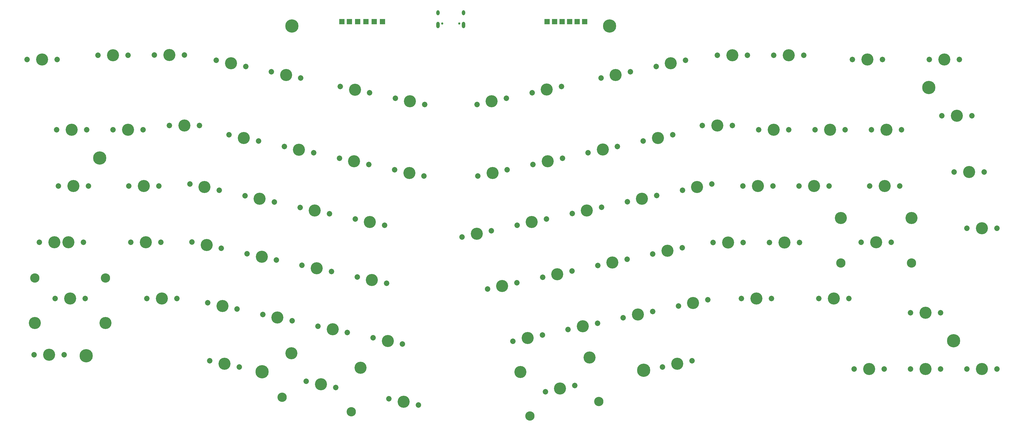
<source format=gts>
G04 #@! TF.GenerationSoftware,KiCad,Pcbnew,5.1.10*
G04 #@! TF.CreationDate,2021-07-31T12:50:41+12:00*
G04 #@! TF.ProjectId,adelheid,6164656c-6865-4696-942e-6b696361645f,2.0*
G04 #@! TF.SameCoordinates,Original*
G04 #@! TF.FileFunction,Soldermask,Top*
G04 #@! TF.FilePolarity,Negative*
%FSLAX46Y46*%
G04 Gerber Fmt 4.6, Leading zero omitted, Abs format (unit mm)*
G04 Created by KiCad (PCBNEW 5.1.10) date 2021-07-31 12:50:41*
%MOMM*%
%LPD*%
G01*
G04 APERTURE LIST*
%ADD10C,1.852000*%
%ADD11C,4.089800*%
%ADD12C,3.150000*%
%ADD13C,0.752000*%
%ADD14O,1.102000X2.202000*%
%ADD15O,1.102000X1.702000*%
%ADD16C,4.502000*%
G04 APERTURE END LIST*
D10*
X194287890Y-52360009D03*
X184349910Y-54472391D03*
D11*
X189318900Y-53416200D03*
X145028937Y-143670541D03*
X121674685Y-138706442D03*
D12*
X141860363Y-158577511D03*
X118506111Y-153613411D03*
D10*
X136604490Y-150319291D03*
X126666510Y-148206909D03*
D11*
X131635500Y-149263100D03*
X331177900Y-92925900D03*
X307301900Y-92925900D03*
D12*
X331177900Y-108165900D03*
X307301900Y-108165900D03*
D10*
X324319900Y-101180900D03*
X314159900Y-101180900D03*
D11*
X319239900Y-101180900D03*
D10*
X46596300Y-101180900D03*
X36436300Y-101180900D03*
D11*
X41516300Y-101180900D03*
D10*
X53060600Y-82143600D03*
X42900600Y-82143600D03*
D11*
X47980600Y-82143600D03*
D10*
X257000490Y-141247309D03*
X247062510Y-143359691D03*
D11*
X252031500Y-142303500D03*
D10*
X44856400Y-139293600D03*
X34696400Y-139293600D03*
D11*
X39776400Y-139293600D03*
D10*
X360045000Y-144043400D03*
X349885000Y-144043400D03*
D11*
X354965000Y-144043400D03*
D10*
X360032300Y-96418400D03*
X349872300Y-96418400D03*
D11*
X354952300Y-96418400D03*
D10*
X355765100Y-77368400D03*
X345605100Y-77368400D03*
D11*
X350685100Y-77368400D03*
D10*
X351612200Y-58331100D03*
X341452200Y-58331100D03*
D11*
X346532200Y-58331100D03*
D10*
X327787000Y-63080900D03*
X317627000Y-63080900D03*
D11*
X322707000Y-63080900D03*
D10*
X347395800Y-39281100D03*
X337235800Y-39281100D03*
D11*
X342315800Y-39281100D03*
D10*
X340995000Y-144043400D03*
X330835000Y-144043400D03*
D11*
X335915000Y-144043400D03*
D10*
X340995000Y-124993400D03*
X330835000Y-124993400D03*
D11*
X335915000Y-124993400D03*
D10*
X327190100Y-82143600D03*
X317030100Y-82143600D03*
D11*
X322110100Y-82143600D03*
D10*
X308749700Y-63093600D03*
X298589700Y-63093600D03*
D11*
X303669700Y-63093600D03*
D10*
X321335400Y-39293800D03*
X311175400Y-39293800D03*
D11*
X316255400Y-39293800D03*
D10*
X321932300Y-144043400D03*
X311772300Y-144043400D03*
D11*
X316852300Y-144043400D03*
D10*
X303377600Y-82130900D03*
X293217600Y-82130900D03*
D11*
X298297600Y-82130900D03*
D10*
X289687000Y-63093600D03*
X279527000Y-63093600D03*
D11*
X284607000Y-63093600D03*
D10*
X294767000Y-37795200D03*
X284607000Y-37795200D03*
D11*
X289687000Y-37795200D03*
D10*
X310057800Y-120243600D03*
X299897800Y-120243600D03*
D11*
X304977800Y-120243600D03*
D10*
X293370000Y-101206300D03*
X283210000Y-101206300D03*
D11*
X288290000Y-101206300D03*
D10*
X284340300Y-82130900D03*
X274180300Y-82130900D03*
D11*
X279260300Y-82130900D03*
D10*
X270649700Y-61595000D03*
X260489700Y-61595000D03*
D11*
X265569700Y-61595000D03*
D10*
X275704300Y-37795200D03*
X265544300Y-37795200D03*
D11*
X270624300Y-37795200D03*
D10*
X283845000Y-120230900D03*
X273685000Y-120230900D03*
D11*
X278765000Y-120230900D03*
D10*
X274320000Y-101206300D03*
X264160000Y-101206300D03*
D11*
X269240000Y-101206300D03*
D10*
X263731490Y-81404909D03*
X253793510Y-83517291D03*
D11*
X258762500Y-82461100D03*
D10*
X250485390Y-64767909D03*
X240547410Y-66880291D03*
D11*
X245516400Y-65824100D03*
D10*
X254828790Y-39482209D03*
X244890810Y-41594591D03*
D11*
X249859800Y-40538400D03*
D10*
X262359890Y-120635209D03*
X252421910Y-122747591D03*
D11*
X257390900Y-121691400D03*
D10*
X253711190Y-102994909D03*
X243773210Y-105107291D03*
D11*
X248742200Y-104051100D03*
D10*
X245100590Y-85354609D03*
X235162610Y-87466991D03*
D11*
X240131600Y-86410800D03*
D10*
X231829090Y-68704909D03*
X221891110Y-70817291D03*
D11*
X226860100Y-69761100D03*
D10*
X236197890Y-43444609D03*
X226259910Y-45556991D03*
D11*
X231228900Y-44500800D03*
D10*
X243716290Y-124597609D03*
X233778310Y-126709991D03*
D11*
X238747300Y-125653800D03*
D10*
X235105690Y-106931909D03*
X225167710Y-109044291D03*
D11*
X230136700Y-107988100D03*
D10*
X226469690Y-89317009D03*
X216531710Y-91429391D03*
D11*
X221500700Y-90373200D03*
D10*
X213223590Y-72680009D03*
X203285610Y-74792391D03*
D11*
X208254600Y-73736200D03*
D10*
X212918790Y-48397609D03*
X202980810Y-50509991D03*
D11*
X207949800Y-49453800D03*
X222406415Y-140154242D03*
X199052163Y-145118341D03*
D12*
X225574989Y-155061211D03*
X202220737Y-160025311D03*
D10*
X217414590Y-149654709D03*
X207476610Y-151767091D03*
D11*
X212445600Y-150710900D03*
D10*
X225098090Y-128560009D03*
X215160110Y-130672391D03*
D11*
X220129100Y-129616200D03*
D10*
X216474790Y-110907009D03*
X206536810Y-113019391D03*
D11*
X211505800Y-111963200D03*
D10*
X207851490Y-93266709D03*
X197913510Y-95379091D03*
D11*
X202882500Y-94322900D03*
D10*
X194579990Y-76629709D03*
X184642010Y-78742091D03*
D11*
X189611000Y-77685900D03*
D10*
X206454490Y-132535109D03*
X196516510Y-134647491D03*
D11*
X201485500Y-133591300D03*
D10*
X197843890Y-114882109D03*
X187905910Y-116994491D03*
D11*
X192874900Y-115938300D03*
D10*
X189233290Y-97241809D03*
X179295310Y-99354191D03*
D11*
X184264300Y-98298000D03*
D10*
X166462190Y-78742091D03*
X156524210Y-76629709D03*
D11*
X161493200Y-77685900D03*
D10*
X166703490Y-54485091D03*
X156765510Y-52372709D03*
D11*
X161734500Y-53428900D03*
D10*
X164557190Y-156250191D03*
X154619210Y-154137809D03*
D11*
X159588200Y-155194000D03*
D10*
X159185090Y-135625391D03*
X149247110Y-133513009D03*
D11*
X154216100Y-134569200D03*
D10*
X153825690Y-115013291D03*
X143887710Y-112900909D03*
D11*
X148856700Y-113957100D03*
D10*
X153152590Y-95379091D03*
X143214610Y-93266709D03*
D11*
X148183600Y-94322900D03*
D10*
X147818590Y-74805091D03*
X137880610Y-72692709D03*
D11*
X142849600Y-73748900D03*
D10*
X148085290Y-50522691D03*
X138147310Y-48410309D03*
D11*
X143116300Y-49466500D03*
D10*
X140554190Y-131675691D03*
X130616210Y-129563309D03*
D11*
X135585200Y-130619500D03*
D10*
X135182090Y-111050891D03*
X125244110Y-108938509D03*
D11*
X130213100Y-109994700D03*
D10*
X134508990Y-91467491D03*
X124571010Y-89355109D03*
D11*
X129540000Y-90411300D03*
D10*
X129174990Y-70842691D03*
X119237010Y-68730309D03*
D11*
X124206000Y-69786500D03*
D10*
X124818890Y-45556991D03*
X114880910Y-43444609D03*
D11*
X119849900Y-44500800D03*
D10*
X121910590Y-127713291D03*
X111972610Y-125600909D03*
D11*
X116941600Y-126657100D03*
D10*
X116589290Y-107126591D03*
X106651310Y-105014209D03*
D11*
X111620300Y-106070400D03*
D10*
X115890790Y-87492391D03*
X105952810Y-85380009D03*
D11*
X110921800Y-86436200D03*
D10*
X110544090Y-66867591D03*
X100606110Y-64755209D03*
D11*
X105575100Y-65811400D03*
D10*
X106200690Y-41607291D03*
X96262710Y-39494909D03*
D11*
X101231700Y-40551100D03*
D10*
X104003590Y-143385091D03*
X94065610Y-141272709D03*
D11*
X99034600Y-142328900D03*
D10*
X103292390Y-123763591D03*
X93354410Y-121651209D03*
D11*
X98323400Y-122707400D03*
D10*
X97958390Y-103164191D03*
X88020410Y-101051809D03*
D11*
X92989400Y-102108000D03*
D10*
X97259890Y-83529991D03*
X87321910Y-81417609D03*
D11*
X92290900Y-82473800D03*
D10*
X90563700Y-61607700D03*
X80403700Y-61607700D03*
D11*
X85483700Y-61607700D03*
D10*
X85509100Y-37769800D03*
X75349100Y-37769800D03*
D11*
X80429100Y-37769800D03*
D10*
X82918300Y-120230900D03*
X72758300Y-120230900D03*
D11*
X77838300Y-120230900D03*
D10*
X77546200Y-101193600D03*
X67386200Y-101193600D03*
D11*
X72466200Y-101193600D03*
D10*
X76873100Y-82143600D03*
X66713100Y-82143600D03*
D11*
X71793100Y-82143600D03*
D10*
X71518368Y-63093600D03*
X61358368Y-63093600D03*
D11*
X66438368Y-63093600D03*
D10*
X66446400Y-37782500D03*
X56286400Y-37782500D03*
D11*
X61366400Y-37782500D03*
X58851800Y-128498600D03*
X34975800Y-128498600D03*
D12*
X58851800Y-113258600D03*
X34975800Y-113258600D03*
D10*
X51993800Y-120243600D03*
X41833800Y-120243600D03*
D11*
X46913800Y-120243600D03*
D10*
X51358800Y-101180900D03*
X41198800Y-101180900D03*
D11*
X46278800Y-101180900D03*
D10*
X52463700Y-63093600D03*
X42303700Y-63093600D03*
D11*
X47383700Y-63093600D03*
D10*
X42506900Y-39293800D03*
X32346900Y-39293800D03*
D11*
X37426900Y-39293800D03*
D13*
X172624000Y-27078000D03*
D14*
X171194000Y-27608000D03*
D15*
X171194000Y-23428000D03*
X179834000Y-23428000D03*
D14*
X179834000Y-27608000D03*
D13*
X178404000Y-27078000D03*
D16*
X56896000Y-72644000D03*
X345440000Y-134493000D03*
X240665000Y-144526000D03*
X337058000Y-48768000D03*
X52324000Y-139573000D03*
X111760000Y-145034000D03*
G36*
G01*
X219825000Y-27266000D02*
X219825000Y-25566000D01*
G75*
G02*
X219876000Y-25515000I51000J0D01*
G01*
X221576000Y-25515000D01*
G75*
G02*
X221627000Y-25566000I0J-51000D01*
G01*
X221627000Y-27266000D01*
G75*
G02*
X221576000Y-27317000I-51000J0D01*
G01*
X219876000Y-27317000D01*
G75*
G02*
X219825000Y-27266000I0J51000D01*
G01*
G37*
G36*
G01*
X217285000Y-27266000D02*
X217285000Y-25566000D01*
G75*
G02*
X217336000Y-25515000I51000J0D01*
G01*
X219036000Y-25515000D01*
G75*
G02*
X219087000Y-25566000I0J-51000D01*
G01*
X219087000Y-27266000D01*
G75*
G02*
X219036000Y-27317000I-51000J0D01*
G01*
X217336000Y-27317000D01*
G75*
G02*
X217285000Y-27266000I0J51000D01*
G01*
G37*
G36*
G01*
X214745000Y-27266000D02*
X214745000Y-25566000D01*
G75*
G02*
X214796000Y-25515000I51000J0D01*
G01*
X216496000Y-25515000D01*
G75*
G02*
X216547000Y-25566000I0J-51000D01*
G01*
X216547000Y-27266000D01*
G75*
G02*
X216496000Y-27317000I-51000J0D01*
G01*
X214796000Y-27317000D01*
G75*
G02*
X214745000Y-27266000I0J51000D01*
G01*
G37*
G36*
G01*
X212205000Y-27266000D02*
X212205000Y-25566000D01*
G75*
G02*
X212256000Y-25515000I51000J0D01*
G01*
X213956000Y-25515000D01*
G75*
G02*
X214007000Y-25566000I0J-51000D01*
G01*
X214007000Y-27266000D01*
G75*
G02*
X213956000Y-27317000I-51000J0D01*
G01*
X212256000Y-27317000D01*
G75*
G02*
X212205000Y-27266000I0J51000D01*
G01*
G37*
G36*
G01*
X209665000Y-27266000D02*
X209665000Y-25566000D01*
G75*
G02*
X209716000Y-25515000I51000J0D01*
G01*
X211416000Y-25515000D01*
G75*
G02*
X211467000Y-25566000I0J-51000D01*
G01*
X211467000Y-27266000D01*
G75*
G02*
X211416000Y-27317000I-51000J0D01*
G01*
X209716000Y-27317000D01*
G75*
G02*
X209665000Y-27266000I0J51000D01*
G01*
G37*
G36*
G01*
X207125000Y-27266000D02*
X207125000Y-25566000D01*
G75*
G02*
X207176000Y-25515000I51000J0D01*
G01*
X208876000Y-25515000D01*
G75*
G02*
X208927000Y-25566000I0J-51000D01*
G01*
X208927000Y-27266000D01*
G75*
G02*
X208876000Y-27317000I-51000J0D01*
G01*
X207176000Y-27317000D01*
G75*
G02*
X207125000Y-27266000I0J51000D01*
G01*
G37*
G36*
G01*
X140323000Y-27266000D02*
X140323000Y-25566000D01*
G75*
G02*
X140374000Y-25515000I51000J0D01*
G01*
X142074000Y-25515000D01*
G75*
G02*
X142125000Y-25566000I0J-51000D01*
G01*
X142125000Y-27266000D01*
G75*
G02*
X142074000Y-27317000I-51000J0D01*
G01*
X140374000Y-27317000D01*
G75*
G02*
X140323000Y-27266000I0J51000D01*
G01*
G37*
G36*
G01*
X137783000Y-27266000D02*
X137783000Y-25566000D01*
G75*
G02*
X137834000Y-25515000I51000J0D01*
G01*
X139534000Y-25515000D01*
G75*
G02*
X139585000Y-25566000I0J-51000D01*
G01*
X139585000Y-27266000D01*
G75*
G02*
X139534000Y-27317000I-51000J0D01*
G01*
X137834000Y-27317000D01*
G75*
G02*
X137783000Y-27266000I0J51000D01*
G01*
G37*
X121827220Y-27932509D03*
X229192785Y-27932509D03*
G36*
G01*
X148705000Y-27266000D02*
X148705000Y-25566000D01*
G75*
G02*
X148756000Y-25515000I51000J0D01*
G01*
X150456000Y-25515000D01*
G75*
G02*
X150507000Y-25566000I0J-51000D01*
G01*
X150507000Y-27266000D01*
G75*
G02*
X150456000Y-27317000I-51000J0D01*
G01*
X148756000Y-27317000D01*
G75*
G02*
X148705000Y-27266000I0J51000D01*
G01*
G37*
G36*
G01*
X145911000Y-27266000D02*
X145911000Y-25566000D01*
G75*
G02*
X145962000Y-25515000I51000J0D01*
G01*
X147662000Y-25515000D01*
G75*
G02*
X147713000Y-25566000I0J-51000D01*
G01*
X147713000Y-27266000D01*
G75*
G02*
X147662000Y-27317000I-51000J0D01*
G01*
X145962000Y-27317000D01*
G75*
G02*
X145911000Y-27266000I0J51000D01*
G01*
G37*
G36*
G01*
X151499000Y-27266000D02*
X151499000Y-25566000D01*
G75*
G02*
X151550000Y-25515000I51000J0D01*
G01*
X153250000Y-25515000D01*
G75*
G02*
X153301000Y-25566000I0J-51000D01*
G01*
X153301000Y-27266000D01*
G75*
G02*
X153250000Y-27317000I-51000J0D01*
G01*
X151550000Y-27317000D01*
G75*
G02*
X151499000Y-27266000I0J51000D01*
G01*
G37*
G36*
G01*
X143117000Y-27266000D02*
X143117000Y-25566000D01*
G75*
G02*
X143168000Y-25515000I51000J0D01*
G01*
X144868000Y-25515000D01*
G75*
G02*
X144919000Y-25566000I0J-51000D01*
G01*
X144919000Y-27266000D01*
G75*
G02*
X144868000Y-27317000I-51000J0D01*
G01*
X143168000Y-27317000D01*
G75*
G02*
X143117000Y-27266000I0J51000D01*
G01*
G37*
M02*

</source>
